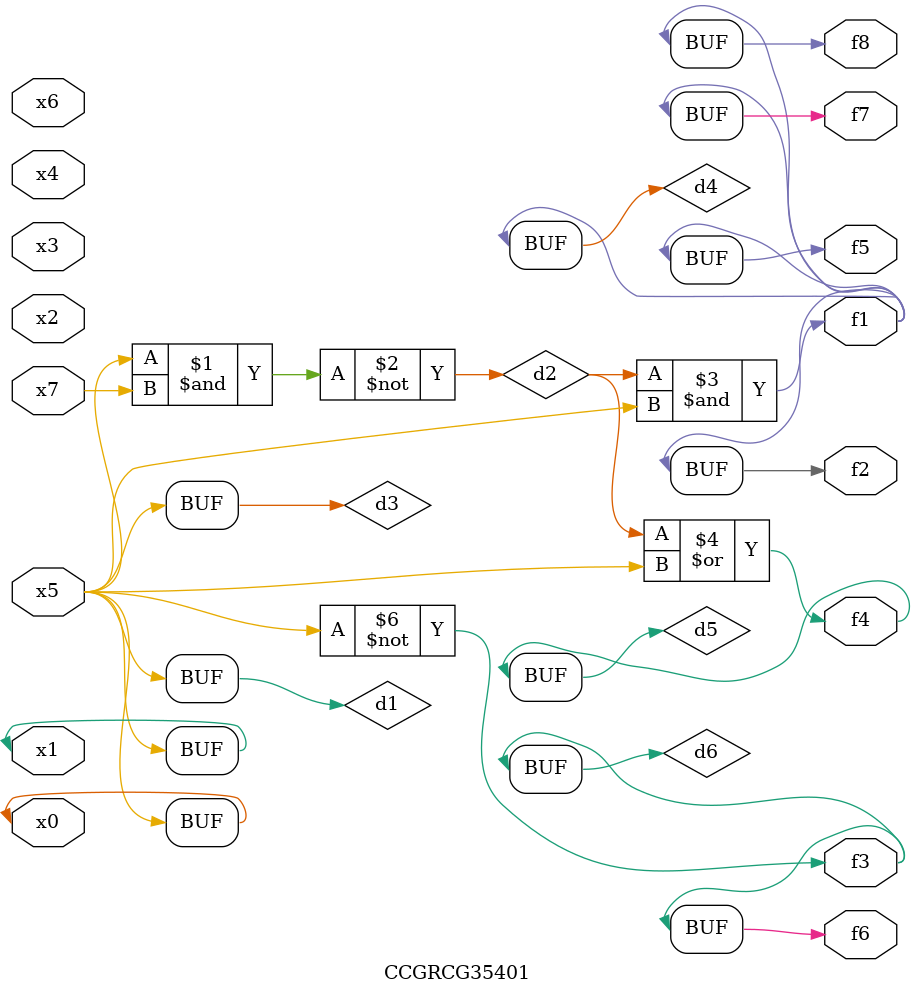
<source format=v>
module CCGRCG35401(
	input x0, x1, x2, x3, x4, x5, x6, x7,
	output f1, f2, f3, f4, f5, f6, f7, f8
);

	wire d1, d2, d3, d4, d5, d6;

	buf (d1, x0, x5);
	nand (d2, x5, x7);
	buf (d3, x0, x1);
	and (d4, d2, d3);
	or (d5, d2, d3);
	nor (d6, d1, d3);
	assign f1 = d4;
	assign f2 = d4;
	assign f3 = d6;
	assign f4 = d5;
	assign f5 = d4;
	assign f6 = d6;
	assign f7 = d4;
	assign f8 = d4;
endmodule

</source>
